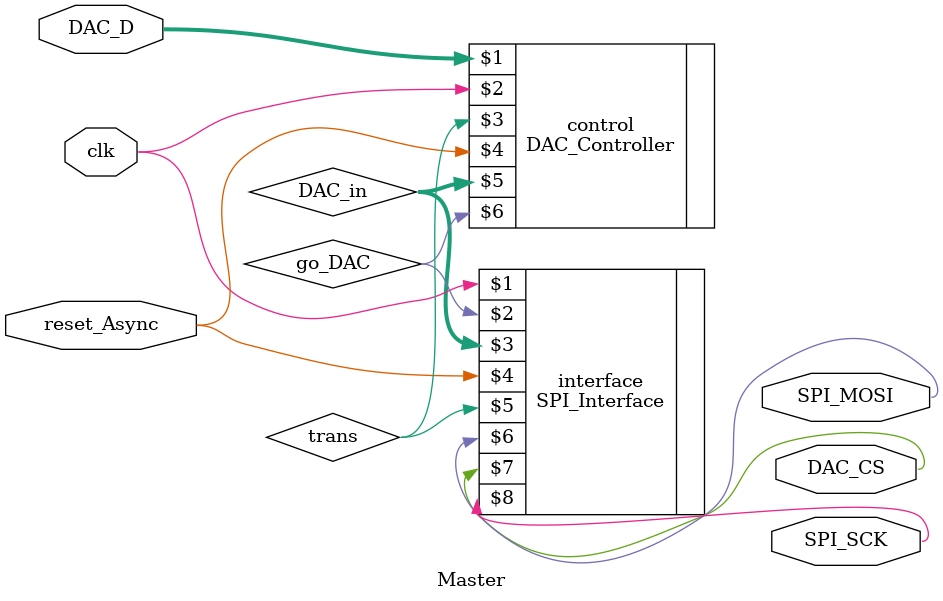
<source format=v>
`timescale 1ns / 1ps

module Master(
input clk,reset_Async,
input [11:0] DAC_D,
output SPI_MOSI,DAC_CS,SPI_SCK);

wire trans,go_DAC,reset_Async;
wire [27:0] DAC_in;

    DAC_Controller control(DAC_D,clk,trans,reset_Async,DAC_in,go_DAC);
    SPI_Interface interface(clk,go_DAC,DAC_in,reset_Async,trans,SPI_MOSI,DAC_CS,SPI_SCK);
endmodule


/*`timescale 1ns / 1ps

module Master(
input clk,
input [4:0] IV,
output SPI_MOSI,DAC_CS,SPI_SCK);

wire trans,go_DAC,reset_Async;
wire [11:0]DAC_D;
wire [27:0] DAC_in;

controllerDAC cDAC(clk,reset_Async,trans,DAC_D,go_DAC,DAC_in);
interfaceSPI iSPI(clk,reset_Async,go_DAC,DAC_in,trans,SPI_MOSI,DAC_CS,SPI_SCK);
rampwaveform wave(clk,IV,DAC_D);

endmodule*/
</source>
